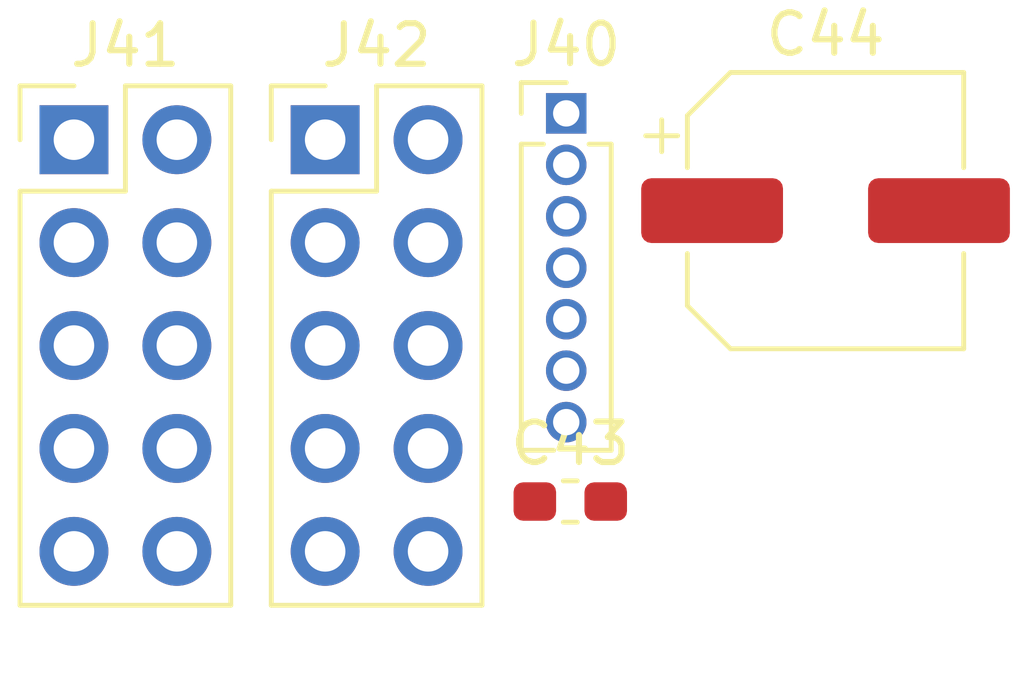
<source format=kicad_pcb>
(kicad_pcb (version 20171130) (host pcbnew 5.0.2-bee76a0~70~ubuntu18.04.1)

  (general
    (thickness 1.6)
    (drawings 0)
    (tracks 0)
    (zones 0)
    (modules 5)
    (nets 25)
  )

  (page A4)
  (layers
    (0 F.Cu signal)
    (31 B.Cu signal)
    (32 B.Adhes user)
    (33 F.Adhes user)
    (34 B.Paste user)
    (35 F.Paste user)
    (36 B.SilkS user)
    (37 F.SilkS user)
    (38 B.Mask user)
    (39 F.Mask user)
    (40 Dwgs.User user)
    (41 Cmts.User user)
    (42 Eco1.User user)
    (43 Eco2.User user)
    (44 Edge.Cuts user)
    (45 Margin user)
    (46 B.CrtYd user)
    (47 F.CrtYd user)
    (48 B.Fab user)
    (49 F.Fab user)
  )

  (setup
    (last_trace_width 0.25)
    (trace_clearance 0.2)
    (zone_clearance 0.508)
    (zone_45_only no)
    (trace_min 0.2)
    (segment_width 0.2)
    (edge_width 0.1)
    (via_size 0.8)
    (via_drill 0.4)
    (via_min_size 0.4)
    (via_min_drill 0.3)
    (uvia_size 0.3)
    (uvia_drill 0.1)
    (uvias_allowed no)
    (uvia_min_size 0.2)
    (uvia_min_drill 0.1)
    (pcb_text_width 0.3)
    (pcb_text_size 1.5 1.5)
    (mod_edge_width 0.15)
    (mod_text_size 1 1)
    (mod_text_width 0.15)
    (pad_size 1.5 1.5)
    (pad_drill 0.6)
    (pad_to_mask_clearance 0)
    (aux_axis_origin 0 0)
    (visible_elements FFFFFF7F)
    (pcbplotparams
      (layerselection 0x010fc_ffffffff)
      (usegerberextensions false)
      (usegerberattributes false)
      (usegerberadvancedattributes false)
      (creategerberjobfile false)
      (excludeedgelayer true)
      (linewidth 0.100000)
      (plotframeref false)
      (viasonmask false)
      (mode 1)
      (useauxorigin false)
      (hpglpennumber 1)
      (hpglpenspeed 20)
      (hpglpendiameter 15.000000)
      (psnegative false)
      (psa4output false)
      (plotreference true)
      (plotvalue true)
      (plotinvisibletext false)
      (padsonsilk false)
      (subtractmaskfromsilk false)
      (outputformat 1)
      (mirror false)
      (drillshape 1)
      (scaleselection 1)
      (outputdirectory ""))
  )

  (net 0 "")
  (net 1 /BEEPER)
  (net 2 /BTN_ENC)
  (net 3 /LCD_SID)
  (net 4 /LCD_CS)
  (net 5 /LCD_SCLK)
  (net 6 "Net-(J41-Pad6)")
  (net 7 "Net-(J41-Pad7)")
  (net 8 "Net-(J41-Pad8)")
  (net 9 GND)
  (net 10 +3V3)
  (net 11 /KILL)
  (net 12 /RESET)
  (net 13 "Net-(J42-Pad7)")
  (net 14 "Net-(J42-Pad6)")
  (net 15 /BTN_EN1)
  (net 16 "Net-(J42-Pad4)")
  (net 17 /BTN_EN2)
  (net 18 "Net-(J42-Pad2)")
  (net 19 "Net-(J42-Pad1)")
  (net 20 /DO)
  (net 21 /DI)
  (net 22 /RST)
  (net 23 /DC)
  (net 24 /CS)

  (net_class Default "This is the default net class."
    (clearance 0.2)
    (trace_width 0.25)
    (via_dia 0.8)
    (via_drill 0.4)
    (uvia_dia 0.3)
    (uvia_drill 0.1)
    (add_net +3V3)
    (add_net /BEEPER)
    (add_net /BTN_EN1)
    (add_net /BTN_EN2)
    (add_net /BTN_ENC)
    (add_net /CS)
    (add_net /DC)
    (add_net /DI)
    (add_net /DO)
    (add_net /KILL)
    (add_net /LCD_CS)
    (add_net /LCD_SCLK)
    (add_net /LCD_SID)
    (add_net /RESET)
    (add_net /RST)
    (add_net GND)
    (add_net "Net-(J41-Pad6)")
    (add_net "Net-(J41-Pad7)")
    (add_net "Net-(J41-Pad8)")
    (add_net "Net-(J42-Pad1)")
    (add_net "Net-(J42-Pad2)")
    (add_net "Net-(J42-Pad4)")
    (add_net "Net-(J42-Pad6)")
    (add_net "Net-(J42-Pad7)")
  )

  (module Capacitor_SMD:CP_Elec_6.3x5.3 (layer F.Cu) (tedit 5BCA39D0) (tstamp 5CC9B877)
    (at 23.375001 7.075001)
    (descr "SMD capacitor, aluminum electrolytic, Cornell Dubilier, 6.3x5.3mm")
    (tags "capacitor electrolytic")
    (path /5CC97483)
    (attr smd)
    (fp_text reference C44 (at 0 -4.35) (layer F.SilkS)
      (effects (font (size 1 1) (thickness 0.15)))
    )
    (fp_text value CP100uf,16V (at 0 4.35) (layer F.Fab)
      (effects (font (size 1 1) (thickness 0.15)))
    )
    (fp_circle (center 0 0) (end 3.15 0) (layer F.Fab) (width 0.1))
    (fp_line (start 3.3 -3.3) (end 3.3 3.3) (layer F.Fab) (width 0.1))
    (fp_line (start -2.3 -3.3) (end 3.3 -3.3) (layer F.Fab) (width 0.1))
    (fp_line (start -2.3 3.3) (end 3.3 3.3) (layer F.Fab) (width 0.1))
    (fp_line (start -3.3 -2.3) (end -3.3 2.3) (layer F.Fab) (width 0.1))
    (fp_line (start -3.3 -2.3) (end -2.3 -3.3) (layer F.Fab) (width 0.1))
    (fp_line (start -3.3 2.3) (end -2.3 3.3) (layer F.Fab) (width 0.1))
    (fp_line (start -2.704838 -1.33) (end -2.074838 -1.33) (layer F.Fab) (width 0.1))
    (fp_line (start -2.389838 -1.645) (end -2.389838 -1.015) (layer F.Fab) (width 0.1))
    (fp_line (start 3.41 3.41) (end 3.41 1.06) (layer F.SilkS) (width 0.12))
    (fp_line (start 3.41 -3.41) (end 3.41 -1.06) (layer F.SilkS) (width 0.12))
    (fp_line (start -2.345563 -3.41) (end 3.41 -3.41) (layer F.SilkS) (width 0.12))
    (fp_line (start -2.345563 3.41) (end 3.41 3.41) (layer F.SilkS) (width 0.12))
    (fp_line (start -3.41 2.345563) (end -3.41 1.06) (layer F.SilkS) (width 0.12))
    (fp_line (start -3.41 -2.345563) (end -3.41 -1.06) (layer F.SilkS) (width 0.12))
    (fp_line (start -3.41 -2.345563) (end -2.345563 -3.41) (layer F.SilkS) (width 0.12))
    (fp_line (start -3.41 2.345563) (end -2.345563 3.41) (layer F.SilkS) (width 0.12))
    (fp_line (start -4.4375 -1.8475) (end -3.65 -1.8475) (layer F.SilkS) (width 0.12))
    (fp_line (start -4.04375 -2.24125) (end -4.04375 -1.45375) (layer F.SilkS) (width 0.12))
    (fp_line (start 3.55 -3.55) (end 3.55 -1.05) (layer F.CrtYd) (width 0.05))
    (fp_line (start 3.55 -1.05) (end 4.8 -1.05) (layer F.CrtYd) (width 0.05))
    (fp_line (start 4.8 -1.05) (end 4.8 1.05) (layer F.CrtYd) (width 0.05))
    (fp_line (start 4.8 1.05) (end 3.55 1.05) (layer F.CrtYd) (width 0.05))
    (fp_line (start 3.55 1.05) (end 3.55 3.55) (layer F.CrtYd) (width 0.05))
    (fp_line (start -2.4 3.55) (end 3.55 3.55) (layer F.CrtYd) (width 0.05))
    (fp_line (start -2.4 -3.55) (end 3.55 -3.55) (layer F.CrtYd) (width 0.05))
    (fp_line (start -3.55 2.4) (end -2.4 3.55) (layer F.CrtYd) (width 0.05))
    (fp_line (start -3.55 -2.4) (end -2.4 -3.55) (layer F.CrtYd) (width 0.05))
    (fp_line (start -3.55 -2.4) (end -3.55 -1.05) (layer F.CrtYd) (width 0.05))
    (fp_line (start -3.55 1.05) (end -3.55 2.4) (layer F.CrtYd) (width 0.05))
    (fp_line (start -3.55 -1.05) (end -4.8 -1.05) (layer F.CrtYd) (width 0.05))
    (fp_line (start -4.8 -1.05) (end -4.8 1.05) (layer F.CrtYd) (width 0.05))
    (fp_line (start -4.8 1.05) (end -3.55 1.05) (layer F.CrtYd) (width 0.05))
    (fp_text user %R (at 0 0) (layer F.Fab)
      (effects (font (size 1 1) (thickness 0.15)))
    )
    (pad 1 smd roundrect (at -2.8 0) (size 3.5 1.6) (layers F.Cu F.Paste F.Mask) (roundrect_rratio 0.15625)
      (net 10 +3V3))
    (pad 2 smd roundrect (at 2.8 0) (size 3.5 1.6) (layers F.Cu F.Paste F.Mask) (roundrect_rratio 0.15625)
      (net 9 GND))
    (model ${KISYS3DMOD}/Capacitor_SMD.3dshapes/CP_Elec_6.3x5.3.wrl
      (at (xyz 0 0 0))
      (scale (xyz 1 1 1))
      (rotate (xyz 0 0 0))
    )
  )

  (module Capacitor_SMD:C_0603_1608Metric_Pad1.05x0.95mm_HandSolder (layer F.Cu) (tedit 5B301BBE) (tstamp 5CC9B84F)
    (at 17.075001 14.255001)
    (descr "Capacitor SMD 0603 (1608 Metric), square (rectangular) end terminal, IPC_7351 nominal with elongated pad for handsoldering. (Body size source: http://www.tortai-tech.com/upload/download/2011102023233369053.pdf), generated with kicad-footprint-generator")
    (tags "capacitor handsolder")
    (path /5CC9C7E9)
    (attr smd)
    (fp_text reference C43 (at 0 -1.43) (layer F.SilkS)
      (effects (font (size 1 1) (thickness 0.15)))
    )
    (fp_text value C104,0603 (at 0 1.43) (layer F.Fab)
      (effects (font (size 1 1) (thickness 0.15)))
    )
    (fp_line (start -0.8 0.4) (end -0.8 -0.4) (layer F.Fab) (width 0.1))
    (fp_line (start -0.8 -0.4) (end 0.8 -0.4) (layer F.Fab) (width 0.1))
    (fp_line (start 0.8 -0.4) (end 0.8 0.4) (layer F.Fab) (width 0.1))
    (fp_line (start 0.8 0.4) (end -0.8 0.4) (layer F.Fab) (width 0.1))
    (fp_line (start -0.171267 -0.51) (end 0.171267 -0.51) (layer F.SilkS) (width 0.12))
    (fp_line (start -0.171267 0.51) (end 0.171267 0.51) (layer F.SilkS) (width 0.12))
    (fp_line (start -1.65 0.73) (end -1.65 -0.73) (layer F.CrtYd) (width 0.05))
    (fp_line (start -1.65 -0.73) (end 1.65 -0.73) (layer F.CrtYd) (width 0.05))
    (fp_line (start 1.65 -0.73) (end 1.65 0.73) (layer F.CrtYd) (width 0.05))
    (fp_line (start 1.65 0.73) (end -1.65 0.73) (layer F.CrtYd) (width 0.05))
    (fp_text user %R (at 0 0) (layer F.Fab)
      (effects (font (size 0.4 0.4) (thickness 0.06)))
    )
    (pad 1 smd roundrect (at -0.875 0) (size 1.05 0.95) (layers F.Cu F.Paste F.Mask) (roundrect_rratio 0.25)
      (net 10 +3V3))
    (pad 2 smd roundrect (at 0.875 0) (size 1.05 0.95) (layers F.Cu F.Paste F.Mask) (roundrect_rratio 0.25)
      (net 9 GND))
    (model ${KISYS3DMOD}/Capacitor_SMD.3dshapes/C_0603_1608Metric.wrl
      (at (xyz 0 0 0))
      (scale (xyz 1 1 1))
      (rotate (xyz 0 0 0))
    )
  )

  (module Connector_PinHeader_1.27mm:PinHeader_1x07_P1.27mm_Vertical (layer F.Cu) (tedit 59FED6E3) (tstamp 5CC9B83E)
    (at 16.975001 4.675001)
    (descr "Through hole straight pin header, 1x07, 1.27mm pitch, single row")
    (tags "Through hole pin header THT 1x07 1.27mm single row")
    (path /5CC9BA87)
    (fp_text reference J40 (at 0 -1.695) (layer F.SilkS)
      (effects (font (size 1 1) (thickness 0.15)))
    )
    (fp_text value Conn_01x07 (at 0 9.315) (layer F.Fab)
      (effects (font (size 1 1) (thickness 0.15)))
    )
    (fp_line (start -0.525 -0.635) (end 1.05 -0.635) (layer F.Fab) (width 0.1))
    (fp_line (start 1.05 -0.635) (end 1.05 8.255) (layer F.Fab) (width 0.1))
    (fp_line (start 1.05 8.255) (end -1.05 8.255) (layer F.Fab) (width 0.1))
    (fp_line (start -1.05 8.255) (end -1.05 -0.11) (layer F.Fab) (width 0.1))
    (fp_line (start -1.05 -0.11) (end -0.525 -0.635) (layer F.Fab) (width 0.1))
    (fp_line (start -1.11 8.315) (end -0.30753 8.315) (layer F.SilkS) (width 0.12))
    (fp_line (start 0.30753 8.315) (end 1.11 8.315) (layer F.SilkS) (width 0.12))
    (fp_line (start -1.11 0.76) (end -1.11 8.315) (layer F.SilkS) (width 0.12))
    (fp_line (start 1.11 0.76) (end 1.11 8.315) (layer F.SilkS) (width 0.12))
    (fp_line (start -1.11 0.76) (end -0.563471 0.76) (layer F.SilkS) (width 0.12))
    (fp_line (start 0.563471 0.76) (end 1.11 0.76) (layer F.SilkS) (width 0.12))
    (fp_line (start -1.11 0) (end -1.11 -0.76) (layer F.SilkS) (width 0.12))
    (fp_line (start -1.11 -0.76) (end 0 -0.76) (layer F.SilkS) (width 0.12))
    (fp_line (start -1.55 -1.15) (end -1.55 8.8) (layer F.CrtYd) (width 0.05))
    (fp_line (start -1.55 8.8) (end 1.55 8.8) (layer F.CrtYd) (width 0.05))
    (fp_line (start 1.55 8.8) (end 1.55 -1.15) (layer F.CrtYd) (width 0.05))
    (fp_line (start 1.55 -1.15) (end -1.55 -1.15) (layer F.CrtYd) (width 0.05))
    (fp_text user %R (at 0 3.81 90) (layer F.Fab)
      (effects (font (size 1 1) (thickness 0.15)))
    )
    (pad 1 thru_hole rect (at 0 0) (size 1 1) (drill 0.65) (layers *.Cu *.Mask)
      (net 9 GND))
    (pad 2 thru_hole oval (at 0 1.27) (size 1 1) (drill 0.65) (layers *.Cu *.Mask)
      (net 10 +3V3))
    (pad 3 thru_hole oval (at 0 2.54) (size 1 1) (drill 0.65) (layers *.Cu *.Mask)
      (net 20 /DO))
    (pad 4 thru_hole oval (at 0 3.81) (size 1 1) (drill 0.65) (layers *.Cu *.Mask)
      (net 21 /DI))
    (pad 5 thru_hole oval (at 0 5.08) (size 1 1) (drill 0.65) (layers *.Cu *.Mask)
      (net 22 /RST))
    (pad 6 thru_hole oval (at 0 6.35) (size 1 1) (drill 0.65) (layers *.Cu *.Mask)
      (net 23 /DC))
    (pad 7 thru_hole oval (at 0 7.62) (size 1 1) (drill 0.65) (layers *.Cu *.Mask)
      (net 24 /CS))
    (model ${KISYS3DMOD}/Connector_PinHeader_1.27mm.3dshapes/PinHeader_1x07_P1.27mm_Vertical.wrl
      (at (xyz 0 0 0))
      (scale (xyz 1 1 1))
      (rotate (xyz 0 0 0))
    )
  )

  (module Connector_PinHeader_2.54mm:PinHeader_2x05_P2.54mm_Vertical (layer F.Cu) (tedit 59FED5CC) (tstamp 5CC9B821)
    (at 11.025001 5.325001)
    (descr "Through hole straight pin header, 2x05, 2.54mm pitch, double rows")
    (tags "Through hole pin header THT 2x05 2.54mm double row")
    (path /5CCAACDC)
    (fp_text reference J42 (at 1.27 -2.33) (layer F.SilkS)
      (effects (font (size 1 1) (thickness 0.15)))
    )
    (fp_text value EXP2 (at 1.27 12.49) (layer F.Fab)
      (effects (font (size 1 1) (thickness 0.15)))
    )
    (fp_text user %R (at 1.27 5.08 90) (layer F.Fab)
      (effects (font (size 1 1) (thickness 0.15)))
    )
    (fp_line (start 4.35 -1.8) (end -1.8 -1.8) (layer F.CrtYd) (width 0.05))
    (fp_line (start 4.35 11.95) (end 4.35 -1.8) (layer F.CrtYd) (width 0.05))
    (fp_line (start -1.8 11.95) (end 4.35 11.95) (layer F.CrtYd) (width 0.05))
    (fp_line (start -1.8 -1.8) (end -1.8 11.95) (layer F.CrtYd) (width 0.05))
    (fp_line (start -1.33 -1.33) (end 0 -1.33) (layer F.SilkS) (width 0.12))
    (fp_line (start -1.33 0) (end -1.33 -1.33) (layer F.SilkS) (width 0.12))
    (fp_line (start 1.27 -1.33) (end 3.87 -1.33) (layer F.SilkS) (width 0.12))
    (fp_line (start 1.27 1.27) (end 1.27 -1.33) (layer F.SilkS) (width 0.12))
    (fp_line (start -1.33 1.27) (end 1.27 1.27) (layer F.SilkS) (width 0.12))
    (fp_line (start 3.87 -1.33) (end 3.87 11.49) (layer F.SilkS) (width 0.12))
    (fp_line (start -1.33 1.27) (end -1.33 11.49) (layer F.SilkS) (width 0.12))
    (fp_line (start -1.33 11.49) (end 3.87 11.49) (layer F.SilkS) (width 0.12))
    (fp_line (start -1.27 0) (end 0 -1.27) (layer F.Fab) (width 0.1))
    (fp_line (start -1.27 11.43) (end -1.27 0) (layer F.Fab) (width 0.1))
    (fp_line (start 3.81 11.43) (end -1.27 11.43) (layer F.Fab) (width 0.1))
    (fp_line (start 3.81 -1.27) (end 3.81 11.43) (layer F.Fab) (width 0.1))
    (fp_line (start 0 -1.27) (end 3.81 -1.27) (layer F.Fab) (width 0.1))
    (pad 10 thru_hole oval (at 2.54 10.16) (size 1.7 1.7) (drill 1) (layers *.Cu *.Mask)
      (net 11 /KILL))
    (pad 9 thru_hole oval (at 0 10.16) (size 1.7 1.7) (drill 1) (layers *.Cu *.Mask)
      (net 9 GND))
    (pad 8 thru_hole oval (at 2.54 7.62) (size 1.7 1.7) (drill 1) (layers *.Cu *.Mask)
      (net 12 /RESET))
    (pad 7 thru_hole oval (at 0 7.62) (size 1.7 1.7) (drill 1) (layers *.Cu *.Mask)
      (net 13 "Net-(J42-Pad7)"))
    (pad 6 thru_hole oval (at 2.54 5.08) (size 1.7 1.7) (drill 1) (layers *.Cu *.Mask)
      (net 14 "Net-(J42-Pad6)"))
    (pad 5 thru_hole oval (at 0 5.08) (size 1.7 1.7) (drill 1) (layers *.Cu *.Mask)
      (net 15 /BTN_EN1))
    (pad 4 thru_hole oval (at 2.54 2.54) (size 1.7 1.7) (drill 1) (layers *.Cu *.Mask)
      (net 16 "Net-(J42-Pad4)"))
    (pad 3 thru_hole oval (at 0 2.54) (size 1.7 1.7) (drill 1) (layers *.Cu *.Mask)
      (net 17 /BTN_EN2))
    (pad 2 thru_hole oval (at 2.54 0) (size 1.7 1.7) (drill 1) (layers *.Cu *.Mask)
      (net 18 "Net-(J42-Pad2)"))
    (pad 1 thru_hole rect (at 0 0) (size 1.7 1.7) (drill 1) (layers *.Cu *.Mask)
      (net 19 "Net-(J42-Pad1)"))
    (model ${KISYS3DMOD}/Connector_PinHeader_2.54mm.3dshapes/PinHeader_2x05_P2.54mm_Vertical.wrl
      (at (xyz 0 0 0))
      (scale (xyz 1 1 1))
      (rotate (xyz 0 0 0))
    )
  )

  (module Connector_PinHeader_2.54mm:PinHeader_2x05_P2.54mm_Vertical (layer F.Cu) (tedit 59FED5CC) (tstamp 5CC9B801)
    (at 4.825001 5.325001)
    (descr "Through hole straight pin header, 2x05, 2.54mm pitch, double rows")
    (tags "Through hole pin header THT 2x05 2.54mm double row")
    (path /5CCAAC62)
    (fp_text reference J41 (at 1.27 -2.33) (layer F.SilkS)
      (effects (font (size 1 1) (thickness 0.15)))
    )
    (fp_text value EXP1 (at 1.27 12.49) (layer F.Fab)
      (effects (font (size 1 1) (thickness 0.15)))
    )
    (fp_line (start 0 -1.27) (end 3.81 -1.27) (layer F.Fab) (width 0.1))
    (fp_line (start 3.81 -1.27) (end 3.81 11.43) (layer F.Fab) (width 0.1))
    (fp_line (start 3.81 11.43) (end -1.27 11.43) (layer F.Fab) (width 0.1))
    (fp_line (start -1.27 11.43) (end -1.27 0) (layer F.Fab) (width 0.1))
    (fp_line (start -1.27 0) (end 0 -1.27) (layer F.Fab) (width 0.1))
    (fp_line (start -1.33 11.49) (end 3.87 11.49) (layer F.SilkS) (width 0.12))
    (fp_line (start -1.33 1.27) (end -1.33 11.49) (layer F.SilkS) (width 0.12))
    (fp_line (start 3.87 -1.33) (end 3.87 11.49) (layer F.SilkS) (width 0.12))
    (fp_line (start -1.33 1.27) (end 1.27 1.27) (layer F.SilkS) (width 0.12))
    (fp_line (start 1.27 1.27) (end 1.27 -1.33) (layer F.SilkS) (width 0.12))
    (fp_line (start 1.27 -1.33) (end 3.87 -1.33) (layer F.SilkS) (width 0.12))
    (fp_line (start -1.33 0) (end -1.33 -1.33) (layer F.SilkS) (width 0.12))
    (fp_line (start -1.33 -1.33) (end 0 -1.33) (layer F.SilkS) (width 0.12))
    (fp_line (start -1.8 -1.8) (end -1.8 11.95) (layer F.CrtYd) (width 0.05))
    (fp_line (start -1.8 11.95) (end 4.35 11.95) (layer F.CrtYd) (width 0.05))
    (fp_line (start 4.35 11.95) (end 4.35 -1.8) (layer F.CrtYd) (width 0.05))
    (fp_line (start 4.35 -1.8) (end -1.8 -1.8) (layer F.CrtYd) (width 0.05))
    (fp_text user %R (at 1.27 5.08 90) (layer F.Fab)
      (effects (font (size 1 1) (thickness 0.15)))
    )
    (pad 1 thru_hole rect (at 0 0) (size 1.7 1.7) (drill 1) (layers *.Cu *.Mask)
      (net 1 /BEEPER))
    (pad 2 thru_hole oval (at 2.54 0) (size 1.7 1.7) (drill 1) (layers *.Cu *.Mask)
      (net 2 /BTN_ENC))
    (pad 3 thru_hole oval (at 0 2.54) (size 1.7 1.7) (drill 1) (layers *.Cu *.Mask)
      (net 3 /LCD_SID))
    (pad 4 thru_hole oval (at 2.54 2.54) (size 1.7 1.7) (drill 1) (layers *.Cu *.Mask)
      (net 4 /LCD_CS))
    (pad 5 thru_hole oval (at 0 5.08) (size 1.7 1.7) (drill 1) (layers *.Cu *.Mask)
      (net 5 /LCD_SCLK))
    (pad 6 thru_hole oval (at 2.54 5.08) (size 1.7 1.7) (drill 1) (layers *.Cu *.Mask)
      (net 6 "Net-(J41-Pad6)"))
    (pad 7 thru_hole oval (at 0 7.62) (size 1.7 1.7) (drill 1) (layers *.Cu *.Mask)
      (net 7 "Net-(J41-Pad7)"))
    (pad 8 thru_hole oval (at 2.54 7.62) (size 1.7 1.7) (drill 1) (layers *.Cu *.Mask)
      (net 8 "Net-(J41-Pad8)"))
    (pad 9 thru_hole oval (at 0 10.16) (size 1.7 1.7) (drill 1) (layers *.Cu *.Mask)
      (net 9 GND))
    (pad 10 thru_hole oval (at 2.54 10.16) (size 1.7 1.7) (drill 1) (layers *.Cu *.Mask)
      (net 10 +3V3))
    (model ${KISYS3DMOD}/Connector_PinHeader_2.54mm.3dshapes/PinHeader_2x05_P2.54mm_Vertical.wrl
      (at (xyz 0 0 0))
      (scale (xyz 1 1 1))
      (rotate (xyz 0 0 0))
    )
  )

)

</source>
